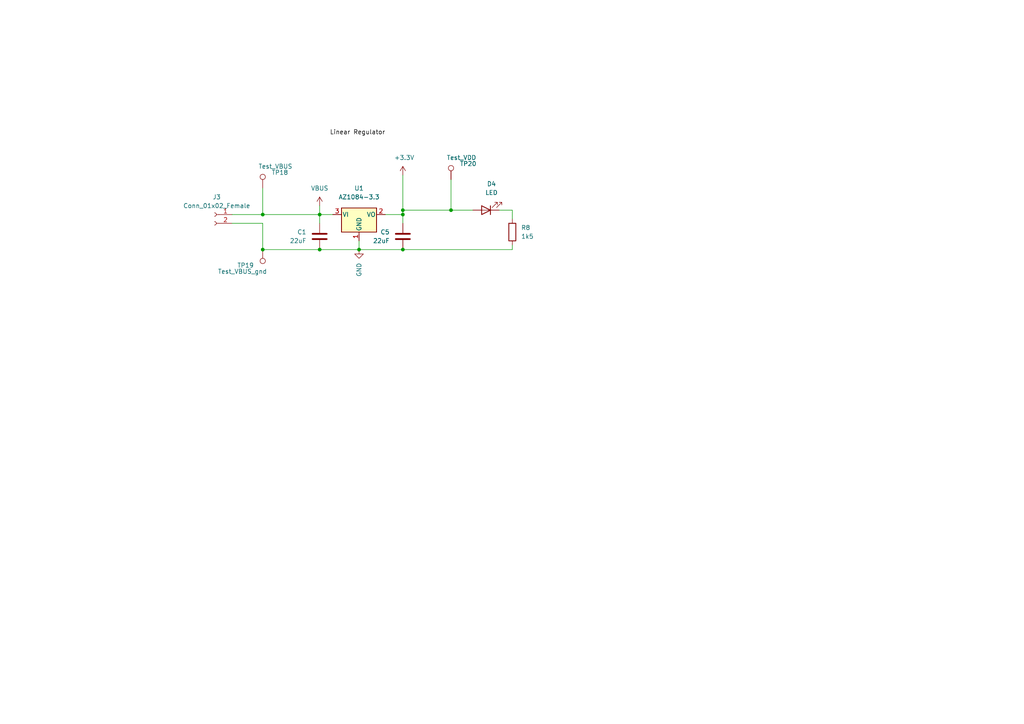
<source format=kicad_sch>
(kicad_sch (version 20211123) (generator eeschema)
  (paper "A4")
  (lib_symbols
    (symbol "Connector:Conn_01x02_Female" (pin_names (offset 1.016) hide)
      (property "Reference" "J" (at 0 2.54 0))
      (property "Value" "Conn_01x02_Female" (at 0 -5.08 0))
      (symbol "Conn_01x02_Female_1_1"
        (arc (start 0 -2.032) (mid -0.508 -2.54) (end 0 -3.048) (stroke (width 0.1524)))
        (polyline (pts (xy -1.27 -2.54) (xy -0.508 -2.54)) (stroke (width 0.1524)))
        (polyline (pts (xy -1.27 0) (xy -0.508 0)) (stroke (width 0.1524)))
        (arc (start 0 0.508) (mid -0.508 0) (end 0 -0.508) (stroke (width 0.1524)))
        (pin passive line (at -5.08 0 0) (length 3.81) (name "Pin_1") (number "1"))
        (pin passive line (at -5.08 -2.54 0) (length 3.81) (name "Pin_2") (number "2"))
      )
    )
    (symbol "Connector:TestPoint" (pin_numbers hide) (pin_names (offset 0.762) hide)
      (property "Reference" "TP" (at 0 6.858 0))
      (property "Value" "TestPoint" (at 0 5.08 0))
      (symbol "TestPoint_0_1"
        (circle (center 0 3.302) (radius 0.762))
      )
      (symbol "TestPoint_1_1"
        (pin passive line (at 0 0 90) (length 2.54) (name "1") (number "1"))
      )
    )
    (symbol "Device:C" (pin_numbers hide) (pin_names (offset 0.254))
      (property "Reference" "C" (at 0.635 2.54 0))
      (property "Value" "C" (at 0.635 -2.54 0))
      (symbol "C_0_1"
        (polyline (pts (xy -2.032 -0.762) (xy 2.032 -0.762)) (stroke (width 0.508)))
        (polyline (pts (xy -2.032 0.762) (xy 2.032 0.762)) (stroke (width 0.508)))
      )
      (symbol "C_1_1"
        (pin passive line (at 0 3.81 270) (length 2.794) (name "~") (number "1"))
        (pin passive line (at 0 -3.81 90) (length 2.794) (name "~") (number "2"))
      )
    )
    (symbol "Device:LED" (pin_numbers hide) (pin_names (offset 1.016) hide)
      (property "Reference" "D" (at 0 2.54 0))
      (property "Value" "LED" (at 0 -2.54 0))
      (symbol "LED_0_1"
        (polyline (pts (xy -1.27 -1.27) (xy -1.27 1.27)) (stroke (width 0.254)))
        (polyline (pts (xy -1.27 0) (xy 1.27 0)))
        (polyline (pts (xy 1.27 -1.27) (xy 1.27 1.27) (xy -1.27 0) (xy 1.27 -1.27)) (stroke (width 0.254)))
        (polyline (pts (xy -3.048 -0.762) (xy -4.572 -2.286) (xy -3.81 -2.286) (xy -4.572 -2.286) (xy -4.572 -1.524)))
        (polyline (pts (xy -1.778 -0.762) (xy -3.302 -2.286) (xy -2.54 -2.286) (xy -3.302 -2.286) (xy -3.302 -1.524)))
      )
      (symbol "LED_1_1"
        (pin passive line (at -3.81 0 0) (length 2.54) (name "K") (number "1"))
        (pin passive line (at 3.81 0 180) (length 2.54) (name "A") (number "2"))
      )
    )
    (symbol "Device:R" (pin_numbers hide) (pin_names (offset 0))
      (property "Reference" "R" (at 2.032 0 90))
      (property "Value" "R" (at 0 0 90))
      (symbol "R_0_1"
        (rectangle (start -1.016 -2.54) (end 1.016 2.54) (stroke (width 0.254)))
      )
      (symbol "R_1_1"
        (pin passive line (at 0 3.81 270) (length 1.27) (name "~") (number "1"))
        (pin passive line (at 0 -3.81 90) (length 1.27) (name "~") (number "2"))
      )
    )
    (symbol "Regulator_Linear:AZ1084-3.3" (pin_names (offset 0.254))
      (property "Reference" "U" (at -3.81 3.175 0))
      (property "Value" "AZ1084-3.3" (at 0 3.175 0))
      (symbol "AZ1084-3.3_0_1"
        (rectangle (start -5.08 1.905) (end 5.08 -5.08) (stroke (width 0.254)) (fill (type background)))
      )
      (symbol "AZ1084-3.3_1_1"
        (pin power_in line (at 0 -7.62 90) (length 2.54) (name "GND") (number "1"))
        (pin power_out line (at 7.62 0 180) (length 2.54) (name "VO") (number "2"))
        (pin power_in line (at -7.62 0 0) (length 2.54) (name "VI") (number "3"))
      )
    )
    (symbol "power:+3.3V" (power) (pin_names (offset 0))
      (property "Value" "+3.3V" (at 0 3.556 0))
      (symbol "+3.3V_0_1"
        (polyline (pts (xy -0.762 1.27) (xy 0 2.54)))
        (polyline (pts (xy 0 0) (xy 0 2.54)))
        (polyline (pts (xy 0 2.54) (xy 0.762 1.27)))
      )
      (symbol "+3.3V_1_1"
        (pin power_in line (at 0 0 90) (length 0) hide (name "+3.3V") (number "1"))
      )
    )
    (symbol "power:GND" (power) (pin_names (offset 0))
      (property "Value" "GND" (at 0 -3.81 0))
      (symbol "GND_0_1"
        (polyline (pts (xy 0 0) (xy 0 -1.27) (xy 1.27 -1.27) (xy 0 -2.54) (xy -1.27 -1.27) (xy 0 -1.27)))
      )
      (symbol "GND_1_1"
        (pin power_in line (at 0 0 270) (length 0) hide (name "GND") (number "1"))
      )
    )
    (symbol "power:VBUS" (power) (pin_names (offset 0))
      (property "Value" "VBUS" (at 0 3.81 0))
      (symbol "VBUS_0_1"
        (polyline (pts (xy -0.762 1.27) (xy 0 2.54)))
        (polyline (pts (xy 0 0) (xy 0 2.54)))
        (polyline (pts (xy 0 2.54) (xy 0.762 1.27)))
      )
      (symbol "VBUS_1_1"
        (pin power_in line (at 0 0 90) (length 0) hide (name "VBUS") (number "1"))
      )
    )
  )
  (junction (at 92.71 72.39))
  (junction (at 130.81 60.96))
  (junction (at 116.84 60.96))
  (junction (at 76.2 72.39))
  (junction (at 76.2 62.23))
  (junction (at 116.84 62.23))
  (junction (at 92.71 62.23))
  (junction (at 104.14 72.39))
  (junction (at 116.84 72.39))
  (wire (pts (xy 116.84 60.96) (xy 130.81 60.96)))
  (wire (pts (xy 104.14 72.39) (xy 116.84 72.39)))
  (wire (pts (xy 67.31 62.23) (xy 76.2 62.23)))
  (wire (pts (xy 130.81 52.07) (xy 130.81 60.96)))
  (wire (pts (xy 104.14 69.85) (xy 104.14 72.39)))
  (wire (pts (xy 92.71 62.23) (xy 92.71 64.77)))
  (wire (pts (xy 76.2 72.39) (xy 76.2 64.77)))
  (wire (pts (xy 130.81 60.96) (xy 137.16 60.96)))
  (wire (pts (xy 148.59 71.12) (xy 148.59 72.39)))
  (wire (pts (xy 148.59 60.96) (xy 148.59 63.5)))
  (wire (pts (xy 111.76 62.23) (xy 116.84 62.23)))
  (wire (pts (xy 116.84 50.8) (xy 116.84 60.96)))
  (wire (pts (xy 116.84 60.96) (xy 116.84 62.23)))
  (wire (pts (xy 76.2 64.77) (xy 67.31 64.77)))
  (wire (pts (xy 92.71 72.39) (xy 104.14 72.39)))
  (wire (pts (xy 148.59 72.39) (xy 116.84 72.39)))
  (wire (pts (xy 116.84 62.23) (xy 116.84 64.77)))
  (wire (pts (xy 96.52 62.23) (xy 92.71 62.23)))
  (wire (pts (xy 144.78 60.96) (xy 148.59 60.96)))
  (wire (pts (xy 76.2 72.39) (xy 92.71 72.39)))
  (wire (pts (xy 76.2 54.61) (xy 76.2 62.23)))
  (wire (pts (xy 92.71 59.69) (xy 92.71 62.23)))
  (wire (pts (xy 76.2 62.23) (xy 92.71 62.23)))
  (label "Linear Regulator" (at 111.76 39.37 180))
  (symbol (lib_id "power:GND") (at 104.14 72.39 0) (unit 1)
    (property "Reference" "#PWR0106" (effects hide))
    (property "Value" "GND" (at 104.1399 76.2 90) (effects (justify right)))
  )
  (symbol (lib_id "power:VBUS") (at 92.71 59.69 0) (unit 1)
    (property "Reference" "#PWR0107" (effects hide))
    (property "Value" "VBUS" (at 92.71 54.61 0))
  )
  (symbol (lib_id "Regulator_Linear:AZ1084-3.3") (at 104.14 62.23 0) (unit 1)
    (property "Reference" "U1" (at 104.14 54.61 0))
    (property "Value" "AZ1084-3.3" (at 104.14 57.15 0))
    (property "Footprint" "Package_TO_SOT_SMD:TO-252-3_TabPin4" (effects hide))
    (property "Datasheet" "https://www.diodes.com/assets/Datasheets/AZ1084.pdf" (effects hide))
  )
  (symbol (lib_id "Connector:Conn_01x02_Female") (at 62.23 62.23 0) (mirror y) (unit 1)
    (property "Reference" "J3" (at 62.865 57.15 0))
    (property "Value" "Conn_01x02_Female" (at 62.865 59.69 0))
    (property "Footprint" "TerminalBlock_Phoenix:TerminalBlock_Phoenix_MKDS-1,5-2-5.08_1x02_P5.08mm_Horizontal" (effects hide))
  )
  (symbol (lib_id "Device:R") (at 148.59 67.31 0) (unit 1)
    (property "Reference" "R8" (at 151.13 66.0399 0) (effects (justify left)))
    (property "Value" "1k5" (at 151.13 68.5799 0) (effects (justify left)))
    (property "Footprint" "Resistor_SMD:R_0402_1005Metric_Pad0.72x0.64mm_HandSolder" (effects hide))
  )
  (symbol (lib_id "Device:C") (at 116.84 68.58 0) (mirror x) (unit 1)
    (property "Reference" "C5" (at 113.03 67.3099 0) (effects (justify right)))
    (property "Value" "22uF" (at 113.03 69.8499 0) (effects (justify right)))
    (property "Footprint" "Capacitor_SMD:C_0402_1005Metric_Pad0.74x0.62mm_HandSolder" (effects hide))
  )
  (symbol (lib_id "Connector:TestPoint") (at 130.81 52.07 0) (unit 1)
    (property "Reference" "TP20" (at 133.35 47.4979 0) (effects (justify left)))
    (property "Value" "Test_VDD" (at 129.54 45.72 0) (effects (justify left)))
    (property "Footprint" "TestPoint:TestPoint_Pad_D2.5mm" (effects hide))
  )
  (symbol (lib_id "Connector:TestPoint") (at 76.2 54.61 0) (unit 1)
    (property "Reference" "TP18" (at 78.74 50.0379 0) (effects (justify left)))
    (property "Value" "Test_VBUS" (at 74.93 48.26 0) (effects (justify left)))
    (property "Footprint" "TestPoint:TestPoint_Pad_D2.5mm" (effects hide))
  )
  (symbol (lib_id "Device:LED") (at 140.97 60.96 180) (unit 1)
    (property "Reference" "D4" (at 142.5575 53.34 0))
    (property "Value" "LED" (at 142.5575 55.88 0))
    (property "Footprint" "LED_SMD:LED_0402_1005Metric" (effects hide))
  )
  (symbol (lib_id "power:+3.3V") (at 116.84 50.8 0) (mirror y) (unit 1)
    (property "Reference" "#PWR0113" (effects hide))
    (property "Value" "+3.3V" (at 114.3 45.72 0) (effects (justify right)))
  )
  (symbol (lib_id "Device:C") (at 92.71 68.58 0) (mirror x) (unit 1)
    (property "Reference" "C1" (at 88.9 67.3099 0) (effects (justify right)))
    (property "Value" "22uF" (at 88.9 69.8499 0) (effects (justify right)))
    (property "Footprint" "Capacitor_SMD:C_0402_1005Metric_Pad0.74x0.62mm_HandSolder" (effects hide))
  )
  (symbol (lib_id "Connector:TestPoint") (at 76.2 72.39 180) (unit 1)
    (property "Reference" "TP19" (at 73.66 76.9621 0) (effects (justify left)))
    (property "Value" "Test_VBUS_gnd" (at 77.47 78.74 0) (effects (justify left)))
    (property "Footprint" "TestPoint:TestPoint_Pad_D2.5mm" (effects hide))
  )
)
</source>
